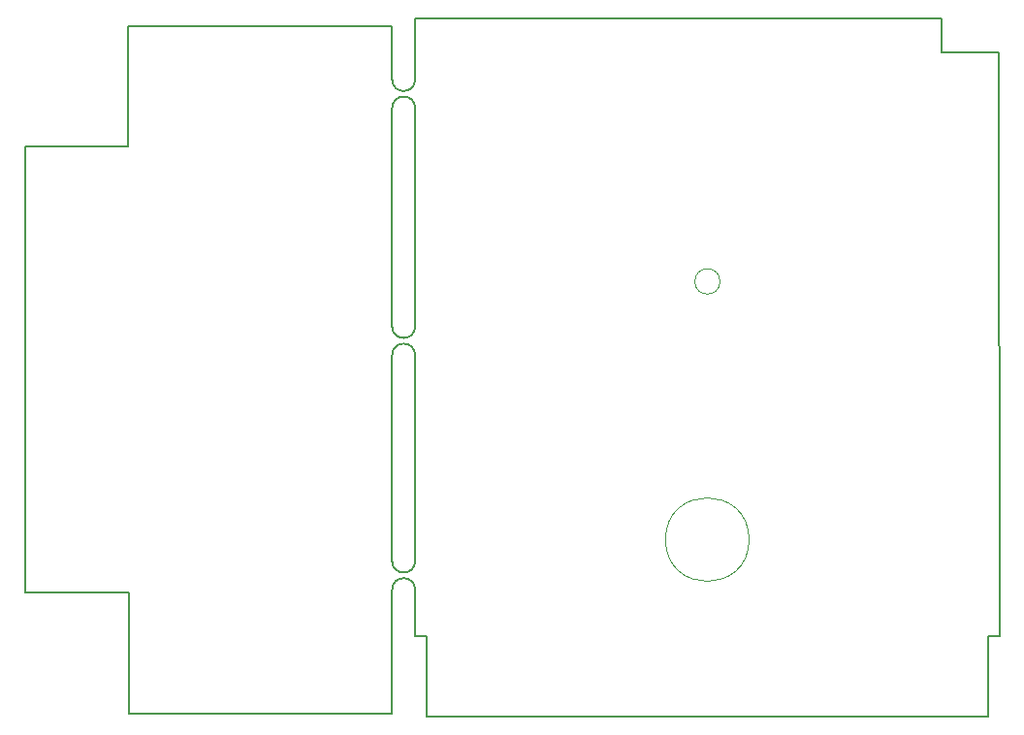
<source format=gbr>
G04 #@! TF.GenerationSoftware,KiCad,Pcbnew,(5.0.2)-1*
G04 #@! TF.CreationDate,2019-03-10T02:30:54+01:00*
G04 #@! TF.ProjectId,GBDSO,47424453-4f2e-46b6-9963-61645f706362,rev?*
G04 #@! TF.SameCoordinates,Original*
G04 #@! TF.FileFunction,Profile,NP*
%FSLAX46Y46*%
G04 Gerber Fmt 4.6, Leading zero omitted, Abs format (unit mm)*
G04 Created by KiCad (PCBNEW (5.0.2)-1) date 10/03/2019 02:30:54*
%MOMM*%
%LPD*%
G01*
G04 APERTURE LIST*
%ADD10C,0.100000*%
%ADD11C,0.150000*%
G04 APERTURE END LIST*
D10*
X165030409Y-92630000D02*
G75*
G03X165030409Y-92630000I-1100409J0D01*
G01*
D11*
X138409687Y-123628703D02*
X139409687Y-123628703D01*
X139409687Y-123628703D02*
X139409687Y-130628703D01*
X188420000Y-123630000D02*
X188420000Y-130630000D01*
X189420000Y-123630000D02*
X188420000Y-123630000D01*
X184410000Y-72630000D02*
X189410000Y-72630000D01*
X184410000Y-69630000D02*
X184410000Y-72630000D01*
X136410000Y-119540000D02*
X136410000Y-130330000D01*
X138410000Y-77490000D02*
X138410000Y-96570000D01*
X136410000Y-109900000D02*
X136410000Y-117050000D01*
X138410000Y-99060000D02*
X138410000Y-109900000D01*
X138410000Y-109900000D02*
X138410000Y-117050000D01*
X136410000Y-99060000D02*
X136410000Y-109900000D01*
X136410000Y-77490000D02*
X136410000Y-96570000D01*
X138410000Y-119540000D02*
X138410000Y-123630000D01*
X136410000Y-77490000D02*
G75*
G02X138410000Y-77490000I1000000J0D01*
G01*
X138410000Y-75000000D02*
G75*
G02X136410000Y-75000000I-1000000J0D01*
G01*
X136410000Y-99060000D02*
G75*
G02X138410000Y-99060000I1000000J0D01*
G01*
X138410000Y-96570000D02*
G75*
G02X136410000Y-96570000I-1000000J0D01*
G01*
X138410000Y-117050000D02*
G75*
G02X136410000Y-117050000I-1000000J0D01*
G01*
X136410000Y-119540000D02*
G75*
G02X138410000Y-119540000I1000000J0D01*
G01*
X104370000Y-80820000D02*
X104380000Y-119820000D01*
X104380000Y-119820000D02*
X113390000Y-119820000D01*
X113390000Y-119820000D02*
X113390000Y-130330000D01*
X113390000Y-130330000D02*
X136410000Y-130330000D01*
X136410000Y-70310000D02*
X136410000Y-75000000D01*
X113370000Y-70310000D02*
X136410000Y-70310000D01*
X113370000Y-80820000D02*
X113370000Y-70310000D01*
X104370000Y-80820000D02*
X113370000Y-80820000D01*
D10*
X167570000Y-115170000D02*
G75*
G03X167570000Y-115170000I-3650000J0D01*
G01*
D11*
X189420000Y-123630000D02*
X189410000Y-72630000D01*
X188420000Y-130630000D02*
X139410000Y-130630000D01*
X138410000Y-69630000D02*
X138410000Y-75000000D01*
X138410000Y-69630000D02*
X184410000Y-69630000D01*
M02*

</source>
